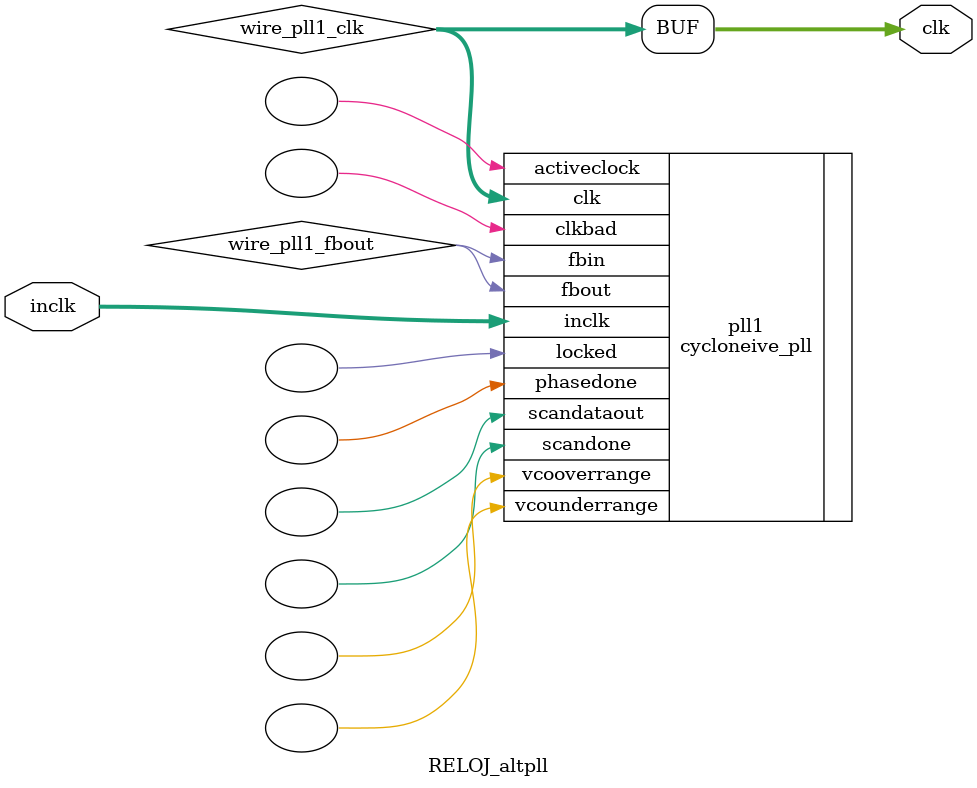
<source format=v>






//synthesis_resources = cycloneive_pll 1 
//synopsys translate_off
`timescale 1 ps / 1 ps
//synopsys translate_on
module  RELOJ_altpll
	( 
	clk,
	inclk) /* synthesis synthesis_clearbox=1 */;
	output   [4:0]  clk;
	input   [1:0]  inclk;
`ifndef ALTERA_RESERVED_QIS
// synopsys translate_off
`endif
	tri0   [1:0]  inclk;
`ifndef ALTERA_RESERVED_QIS
// synopsys translate_on
`endif

	wire  [4:0]   wire_pll1_clk;
	wire  wire_pll1_fbout;

	cycloneive_pll   pll1
	( 
	.activeclock(),
	.clk(wire_pll1_clk),
	.clkbad(),
	.fbin(wire_pll1_fbout),
	.fbout(wire_pll1_fbout),
	.inclk(inclk),
	.locked(),
	.phasedone(),
	.scandataout(),
	.scandone(),
	.vcooverrange(),
	.vcounderrange()
	`ifndef FORMAL_VERIFICATION
	// synopsys translate_off
	`endif
	,
	.areset(1'b0),
	.clkswitch(1'b0),
	.configupdate(1'b0),
	.pfdena(1'b1),
	.phasecounterselect({3{1'b0}}),
	.phasestep(1'b0),
	.phaseupdown(1'b0),
	.scanclk(1'b0),
	.scanclkena(1'b1),
	.scandata(1'b0)
	`ifndef FORMAL_VERIFICATION
	// synopsys translate_on
	`endif
	);
	defparam
		pll1.bandwidth_type = "auto",
		pll1.clk0_divide_by = 42500,
		pll1.clk0_duty_cycle = 99,
		pll1.clk0_multiply_by = 1,
		pll1.clk0_phase_shift = "0",
		pll1.clk1_divide_by = 42500,
		pll1.clk1_duty_cycle = 95,
		pll1.clk1_multiply_by = 1,
		pll1.clk1_phase_shift = "0",
		pll1.compensate_clock = "clk0",
		pll1.inclk0_input_frequency = 1000000,
		pll1.operation_mode = "normal",
		pll1.pll_type = "auto",
		pll1.lpm_type = "cycloneive_pll";
	assign
		clk = {wire_pll1_clk[4:0]};
endmodule //RELOJ_altpll
//VALID FILE

</source>
